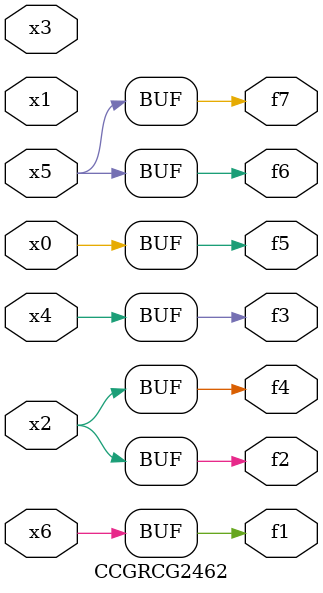
<source format=v>
module CCGRCG2462(
	input x0, x1, x2, x3, x4, x5, x6,
	output f1, f2, f3, f4, f5, f6, f7
);
	assign f1 = x6;
	assign f2 = x2;
	assign f3 = x4;
	assign f4 = x2;
	assign f5 = x0;
	assign f6 = x5;
	assign f7 = x5;
endmodule

</source>
